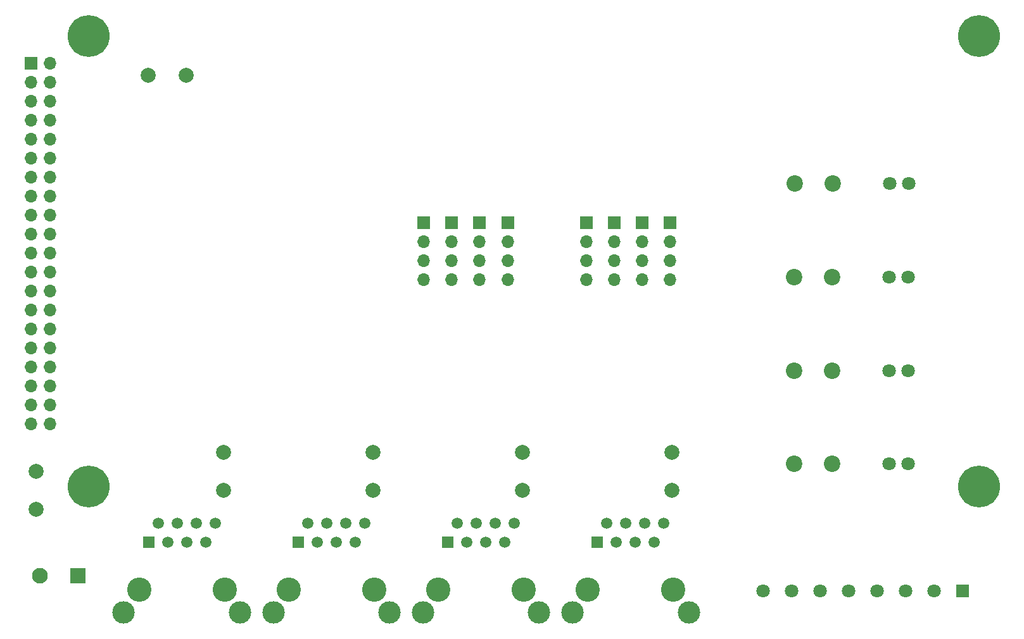
<source format=gbs>
G04 #@! TF.GenerationSoftware,KiCad,Pcbnew,5.1.9*
G04 #@! TF.CreationDate,2021-02-24T22:30:28+01:00*
G04 #@! TF.ProjectId,rpi_module,7270695f-6d6f-4647-956c-652e6b696361,rev?*
G04 #@! TF.SameCoordinates,Original*
G04 #@! TF.FileFunction,Soldermask,Bot*
G04 #@! TF.FilePolarity,Negative*
%FSLAX46Y46*%
G04 Gerber Fmt 4.6, Leading zero omitted, Abs format (unit mm)*
G04 Created by KiCad (PCBNEW 5.1.9) date 2021-02-24 22:30:28*
%MOMM*%
%LPD*%
G01*
G04 APERTURE LIST*
%ADD10C,2.100000*%
%ADD11R,2.100000X2.100000*%
%ADD12C,1.800000*%
%ADD13R,1.800000X1.800000*%
%ADD14C,2.200000*%
%ADD15C,5.600000*%
%ADD16C,1.500000*%
%ADD17C,3.000000*%
%ADD18R,1.500000X1.500000*%
%ADD19C,3.250000*%
%ADD20O,1.700000X1.700000*%
%ADD21R,1.700000X1.700000*%
%ADD22C,2.000000*%
G04 APERTURE END LIST*
D10*
X203460000Y-141500000D03*
D11*
X208540000Y-141500000D03*
D12*
X300165000Y-143500000D03*
X303975000Y-143500000D03*
X307785000Y-143500000D03*
X311595000Y-143500000D03*
X315405000Y-143500000D03*
X319215000Y-143500000D03*
X323025000Y-143500000D03*
D13*
X326835000Y-143500000D03*
D12*
X319660000Y-89010500D03*
X317120000Y-89010500D03*
D14*
X304420000Y-89010500D03*
X309500000Y-89010500D03*
D12*
X319564500Y-101510500D03*
X317024500Y-101510500D03*
D14*
X304324500Y-101510500D03*
X309404500Y-101510500D03*
D12*
X319564500Y-114010500D03*
X317024500Y-114010500D03*
D14*
X304324500Y-114010500D03*
X309404500Y-114010500D03*
D12*
X319564500Y-126510500D03*
X317024500Y-126510500D03*
D14*
X304324500Y-126510500D03*
X309404500Y-126510500D03*
D15*
X329000000Y-129500000D03*
X329000000Y-69250000D03*
X210000000Y-69250000D03*
X210000000Y-129500000D03*
D16*
X284350000Y-134460000D03*
X286890000Y-134460000D03*
D17*
X274675000Y-146400000D03*
D16*
X279270000Y-134460000D03*
D18*
X278000000Y-137000000D03*
D16*
X285620000Y-137000000D03*
X281810000Y-134460000D03*
X283080000Y-137000000D03*
X280540000Y-137000000D03*
D19*
X276730000Y-143350000D03*
D17*
X290215000Y-146400000D03*
D19*
X288160000Y-143350000D03*
D16*
X264350000Y-134460000D03*
X266890000Y-134460000D03*
D17*
X254675000Y-146400000D03*
D16*
X259270000Y-134460000D03*
D18*
X258000000Y-137000000D03*
D16*
X265620000Y-137000000D03*
X261810000Y-134460000D03*
X263080000Y-137000000D03*
X260540000Y-137000000D03*
D19*
X256730000Y-143350000D03*
D17*
X270215000Y-146400000D03*
D19*
X268160000Y-143350000D03*
D16*
X244350000Y-134460000D03*
X246890000Y-134460000D03*
D17*
X234675000Y-146400000D03*
D16*
X239270000Y-134460000D03*
D18*
X238000000Y-137000000D03*
D16*
X245620000Y-137000000D03*
X241810000Y-134460000D03*
X243080000Y-137000000D03*
X240540000Y-137000000D03*
D19*
X236730000Y-143350000D03*
D17*
X250215000Y-146400000D03*
D19*
X248160000Y-143350000D03*
D16*
X224350000Y-134460000D03*
X226890000Y-134460000D03*
D17*
X214675000Y-146400000D03*
D16*
X219270000Y-134460000D03*
D18*
X218000000Y-137000000D03*
D16*
X225620000Y-137000000D03*
X221810000Y-134460000D03*
X223080000Y-137000000D03*
X220540000Y-137000000D03*
D19*
X216730000Y-143350000D03*
D17*
X230215000Y-146400000D03*
D19*
X228160000Y-143350000D03*
D20*
X287750000Y-101870000D03*
X287750000Y-99330000D03*
X287750000Y-96790000D03*
D21*
X287750000Y-94250000D03*
D20*
X284000000Y-101870000D03*
X284000000Y-99330000D03*
X284000000Y-96790000D03*
D21*
X284000000Y-94250000D03*
D20*
X280250000Y-101870000D03*
X280250000Y-99330000D03*
X280250000Y-96790000D03*
D21*
X280250000Y-94250000D03*
D20*
X276500000Y-101870000D03*
X276500000Y-99330000D03*
X276500000Y-96790000D03*
D21*
X276500000Y-94250000D03*
D20*
X266000000Y-101870000D03*
X266000000Y-99330000D03*
X266000000Y-96790000D03*
D21*
X266000000Y-94250000D03*
D20*
X262250000Y-101870000D03*
X262250000Y-99330000D03*
X262250000Y-96790000D03*
D21*
X262250000Y-94250000D03*
D20*
X258500000Y-101870000D03*
X258500000Y-99330000D03*
X258500000Y-96790000D03*
D21*
X258500000Y-94250000D03*
D20*
X254750000Y-101870000D03*
X254750000Y-99330000D03*
X254750000Y-96790000D03*
D21*
X254750000Y-94250000D03*
D22*
X287990000Y-130080000D03*
X288000000Y-125000000D03*
X267990000Y-130080000D03*
X268000000Y-125000000D03*
X247990000Y-130080000D03*
X248000000Y-125000000D03*
X227990000Y-130080000D03*
X228000000Y-125000000D03*
X217920000Y-74490000D03*
X223000000Y-74500000D03*
X202990000Y-132580000D03*
X203000000Y-127500000D03*
D20*
X204790000Y-121150000D03*
X202250000Y-121150000D03*
X204790000Y-118610000D03*
X202250000Y-118610000D03*
X204790000Y-116070000D03*
X202250000Y-116070000D03*
X204790000Y-113530000D03*
X202250000Y-113530000D03*
X204790000Y-110990000D03*
X202250000Y-110990000D03*
X204790000Y-108450000D03*
X202250000Y-108450000D03*
X204790000Y-105910000D03*
X202250000Y-105910000D03*
X204790000Y-103370000D03*
X202250000Y-103370000D03*
X204790000Y-100830000D03*
X202250000Y-100830000D03*
X204790000Y-98290000D03*
X202250000Y-98290000D03*
X204790000Y-95750000D03*
X202250000Y-95750000D03*
X204790000Y-93210000D03*
X202250000Y-93210000D03*
X204790000Y-90670000D03*
X202250000Y-90670000D03*
X204790000Y-88130000D03*
X202250000Y-88130000D03*
X204790000Y-85590000D03*
X202250000Y-85590000D03*
X204790000Y-83050000D03*
X202250000Y-83050000D03*
X204790000Y-80510000D03*
X202250000Y-80510000D03*
X204790000Y-77970000D03*
X202250000Y-77970000D03*
X204790000Y-75430000D03*
X202250000Y-75430000D03*
X204790000Y-72890000D03*
D21*
X202250000Y-72890000D03*
M02*

</source>
